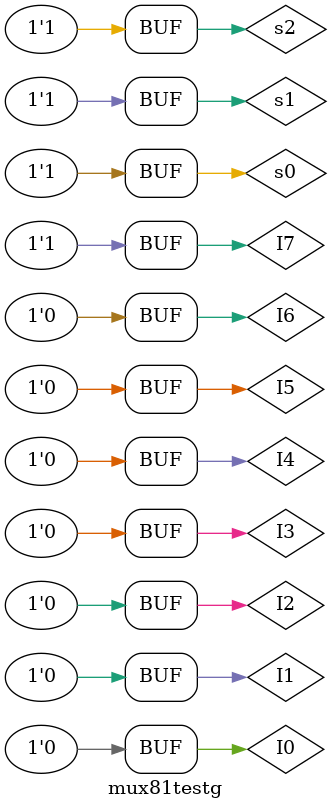
<source format=v>
module mux81testg();
reg I0,I1,I2,I3,I4,I5,I6,I7,s0,s1,s2;
wire y;
mux8to1g m1(.y(y),.I0(I0),.I1(I1),.I2(I2),.I3(I3),.I4(I4),.I5(I5),.I6(I6),.I7(I7),.S0(s0),.S1(s1),.S2(s2));
initial
begin
s2 = 1'b0;s1 = 1'b0; s0 = 1'b0;
I0 = 1'b1;I1 = 1'b0;I2 = 1'b0;I3 = 1'b0;I4 = 1'b0;I5 = 1'b0;I6 = 1'b0;I7 = 1'b0;
#100
s2 = 1'b0;s1 = 1'b0; s0 = 1'b1;
I0 = 1'b0;I1 = 1'b1;I2 = 1'b0;I3 = 1'b0;I4 = 1'b0;I5 = 1'b0;I6 = 1'b0;I7 = 1'b0;
#100
s2 = 1'b0;s1 = 1'b1; s0 = 1'b0;
I0 = 1'b0;I1 = 1'b0;I2 = 1'b1;I3 = 1'b0;I4 = 1'b0;I5 = 1'b0;I6 = 1'b0;I7 = 1'b0;
#100
s2 = 1'b0;s1 = 1'b1; s0 = 1'b1;
I0 = 1'b0;I1 = 1'b0;I2 = 1'b0;I3 = 1'b1;I4 = 1'b0;I5 = 1'b0;I6 = 1'b0;I7 = 1'b0;
#100
s2 = 1'b1;s1 = 1'b0; s0 = 1'b0;
I0 = 1'b0;I1 = 1'b0;I2 = 1'b0;I3 = 1'b0;I4 = 1'b1;I5 = 1'b0;I6 = 1'b0;I7 = 1'b0;
#100
s2 = 1'b1;s1 = 1'b0; s0 = 1'b1;
I0 = 1'b0;I1 = 1'b0;I2 = 1'b0;I3 = 1'b0;I4 = 1'b0;I5 = 1'b1;I6 = 1'b0;I7 = 1'b0;
#100
s2 = 1'b1;s1 = 1'b1; s0 = 1'b0;
I0 = 1'b0;I1 = 1'b0;I2 = 1'b0;I3 = 1'b0;I4 = 1'b0;I5 = 1'b0;I6 = 1'b1;I7 = 1'b0;
#100
s2 = 1'b1;s1 = 1'b1; s0 = 1'b1;
I0 = 1'b0;I1 = 1'b0;I2 = 1'b0;I3 = 1'b0;I4 = 1'b0;I5 = 1'b0;I6 = 1'b0;I7 = 1'b1;
end
initial
#300
$display( "simulation time is : " , $time, "The value of output Y is : %b\b, at s2 = %b\b, s1 = %b\b, s0 = %b\b",y,s2,s1,s0);
endmodule

</source>
